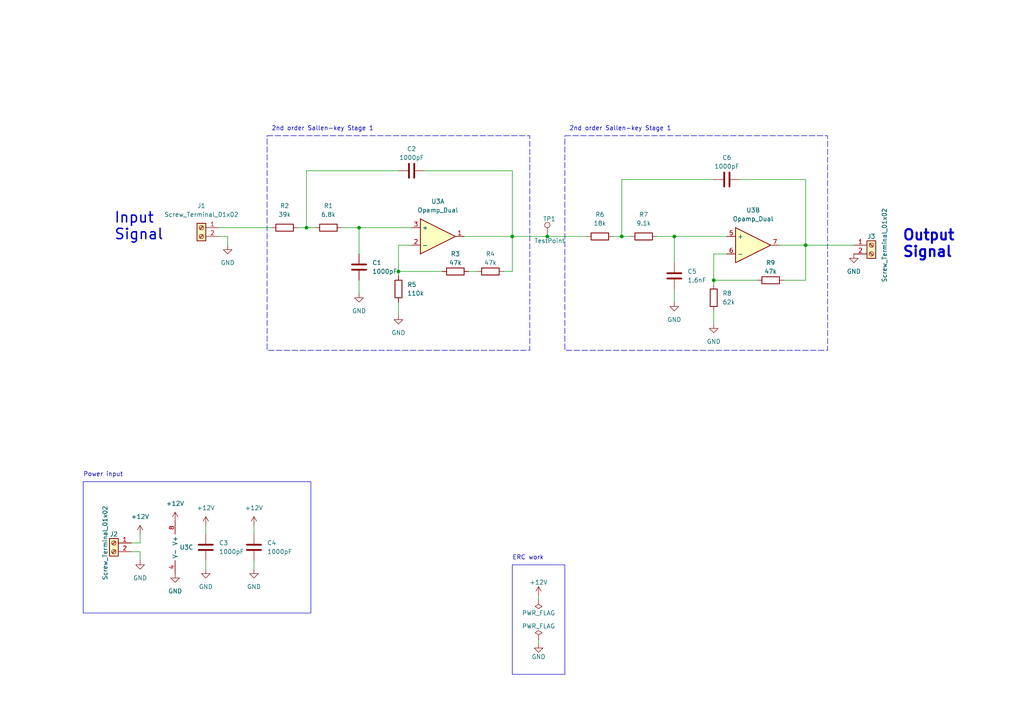
<source format=kicad_sch>
(kicad_sch (version 20230121) (generator eeschema)
  (paper "A4")
  (title_block (title "Amplifier Circuit") (date "2024-09-24"))
  (lib_symbols
    (symbol "Connector:Screw_Terminal_01x02" (pin_names (offset 1.016) hide)
      (property "Reference" "J" (at 0 2.54 0))
      (property "Value" "Screw_Terminal_01x02" (at 0 -5.08 0))
      (symbol "Screw_Terminal_01x02_1_1"
        (rectangle (start -1.27 1.27) (end 1.27 -3.81) (stroke (width 0.254)) (fill (type background)))
        (circle (center 0 -2.54) (radius 0.635) (stroke (width 0.1524)))
        (polyline (pts (xy -0.5334 -2.2098) (xy 0.3302 -3.048)) (stroke (width 0.1524)))
        (polyline (pts (xy -0.5334 0.3302) (xy 0.3302 -0.508)) (stroke (width 0.1524)))
        (polyline (pts (xy -0.3556 -2.032) (xy 0.508 -2.8702)) (stroke (width 0.1524)))
        (polyline (pts (xy -0.3556 0.508) (xy 0.508 -0.3302)) (stroke (width 0.1524)))
        (circle (center 0 0) (radius 0.635) (stroke (width 0.1524)))
        (pin passive line (at -5.08 0 0) (length 3.81) (name "Pin_1") (number "1"))
        (pin passive line (at -5.08 -2.54 0) (length 3.81) (name "Pin_2") (number "2"))
      )
    )
    (symbol "Connector:TestPoint" (pin_numbers hide) (pin_names (offset 0.762) hide)
      (property "Reference" "TP" (at 0 6.858 0))
      (property "Value" "TestPoint" (at 0 5.08 0))
      (symbol "TestPoint_0_1"
        (circle (center 0 3.302) (radius 0.762))
      )
      (symbol "TestPoint_1_1"
        (pin passive line (at 0 0 90) (length 2.54) (name "1") (number "1"))
      )
    )
    (symbol "Device:C" (pin_numbers hide) (pin_names (offset 0.254))
      (property "Reference" "C" (at 0.635 2.54 0))
      (property "Value" "C" (at 0.635 -2.54 0))
      (symbol "C_0_1"
        (polyline (pts (xy -2.032 -0.762) (xy 2.032 -0.762)) (stroke (width 0.508)))
        (polyline (pts (xy -2.032 0.762) (xy 2.032 0.762)) (stroke (width 0.508)))
      )
      (symbol "C_1_1"
        (pin passive line (at 0 3.81 270) (length 2.794) (name "~") (number "1"))
        (pin passive line (at 0 -3.81 90) (length 2.794) (name "~") (number "2"))
      )
    )
    (symbol "Device:Opamp_Dual"
      (property "Reference" "U" (at 0 5.08 0))
      (property "Value" "Opamp_Dual" (at 0 -5.08 0))
      (symbol "Opamp_Dual_1_1"
        (polyline (pts (xy -5.08 5.08) (xy 5.08 0) (xy -5.08 -5.08) (xy -5.08 5.08)) (stroke (width 0.254)) (fill (type background)))
        (pin output line (at 7.62 0 180) (length 2.54) (name "~") (number "1"))
        (pin input line (at -7.62 -2.54 0) (length 2.54) (name "-") (number "2"))
        (pin input line (at -7.62 2.54 0) (length 2.54) (name "+") (number "3"))
      )
      (symbol "Opamp_Dual_2_1"
        (polyline (pts (xy -5.08 5.08) (xy 5.08 0) (xy -5.08 -5.08) (xy -5.08 5.08)) (stroke (width 0.254)) (fill (type background)))
        (pin input line (at -7.62 2.54 0) (length 2.54) (name "+") (number "5"))
        (pin input line (at -7.62 -2.54 0) (length 2.54) (name "-") (number "6"))
        (pin output line (at 7.62 0 180) (length 2.54) (name "~") (number "7"))
      )
      (symbol "Opamp_Dual_3_1"
        (pin power_in line (at -2.54 -7.62 90) (length 3.81) (name "V-") (number "4"))
        (pin power_in line (at -2.54 7.62 270) (length 3.81) (name "V+") (number "8"))
      )
    )
    (symbol "Device:R" (pin_numbers hide) (pin_names (offset 0))
      (property "Reference" "R" (at 2.032 0 90))
      (property "Value" "R" (at 0 0 90))
      (symbol "R_0_1"
        (rectangle (start -1.016 -2.54) (end 1.016 2.54) (stroke (width 0.254)))
      )
      (symbol "R_1_1"
        (pin passive line (at 0 3.81 270) (length 1.27) (name "~") (number "1"))
        (pin passive line (at 0 -3.81 90) (length 1.27) (name "~") (number "2"))
      )
    )
    (symbol "power:+12V" (power) (pin_names (offset 0))
      (property "Value" "+12V" (at 0 3.556 0))
      (symbol "+12V_0_1"
        (polyline (pts (xy -0.762 1.27) (xy 0 2.54)))
        (polyline (pts (xy 0 0) (xy 0 2.54)))
        (polyline (pts (xy 0 2.54) (xy 0.762 1.27)))
      )
      (symbol "+12V_1_1"
        (pin power_in line (at 0 0 90) (length 0) hide (name "+12V") (number "1"))
      )
    )
    (symbol "power:GND" (power) (pin_names (offset 0))
      (property "Value" "GND" (at 0 -3.81 0))
      (symbol "GND_0_1"
        (polyline (pts (xy 0 0) (xy 0 -1.27) (xy 1.27 -1.27) (xy 0 -2.54) (xy -1.27 -1.27) (xy 0 -1.27)))
      )
      (symbol "GND_1_1"
        (pin power_in line (at 0 0 270) (length 0) hide (name "GND") (number "1"))
      )
    )
    (symbol "power:PWR_FLAG" (power) (pin_numbers hide) (pin_names (offset 0) hide)
      (property "Value" "PWR_FLAG" (at 0 3.81 0))
      (symbol "PWR_FLAG_0_0"
        (pin power_out line (at 0 0 90) (length 0) (name "pwr") (number "1"))
      )
      (symbol "PWR_FLAG_0_1"
        (polyline (pts (xy 0 0) (xy 0 1.27) (xy -1.016 1.905) (xy 0 2.54) (xy 1.016 1.905) (xy 0 1.27)))
      )
    )
  )
  (junction (at 180.34 68.58))
  (junction (at 195.58 68.58))
  (junction (at 207.01 81.28))
  (junction (at 88.9 66.04))
  (junction (at 104.14 66.04))
  (junction (at 148.59 68.58))
  (junction (at 233.68 71.12))
  (junction (at 115.57 78.74))
  (junction (at 158.75 68.58))
  (wire (pts (xy 115.57 78.74) (xy 128.27 78.74)))
  (wire (pts (xy 59.69 152.4) (xy 59.69 154.94)))
  (wire (pts (xy 156.21 172.72) (xy 156.21 173.99)))
  (wire (pts (xy 148.59 49.53) (xy 148.59 68.58)))
  (wire (pts (xy 214.63 52.07) (xy 233.68 52.07)))
  (wire (pts (xy 233.68 71.12) (xy 226.06 71.12)))
  (wire (pts (xy 207.01 81.28) (xy 219.71 81.28)))
  (wire (pts (xy 190.5 68.58) (xy 195.58 68.58)))
  (wire (pts (xy 177.8 68.58) (xy 180.34 68.58)))
  (wire (pts (xy 86.36 66.04) (xy 88.9 66.04)))
  (wire (pts (xy 207.01 82.55) (xy 207.01 81.28)))
  (wire (pts (xy 73.66 165.1) (xy 73.66 162.56)))
  (wire (pts (xy 63.5 66.04) (xy 78.74 66.04)))
  (wire (pts (xy 135.89 78.74) (xy 138.43 78.74)))
  (wire (pts (xy 195.58 83.82) (xy 195.58 87.63)))
  (wire (pts (xy 88.9 49.53) (xy 88.9 66.04)))
  (wire (pts (xy 99.06 66.04) (xy 104.14 66.04)))
  (wire (pts (xy 158.75 68.58) (xy 170.18 68.58)))
  (wire (pts (xy 233.68 81.28) (xy 233.68 71.12)))
  (wire (pts (xy 180.34 68.58) (xy 182.88 68.58)))
  (wire (pts (xy 180.34 52.07) (xy 207.01 52.07)))
  (wire (pts (xy 104.14 66.04) (xy 119.38 66.04)))
  (wire (pts (xy 115.57 71.12) (xy 119.38 71.12)))
  (wire (pts (xy 195.58 68.58) (xy 210.82 68.58)))
  (wire (pts (xy 233.68 52.07) (xy 233.68 71.12)))
  (wire (pts (xy 227.33 81.28) (xy 233.68 81.28)))
  (wire (pts (xy 59.69 165.1) (xy 59.69 162.56)))
  (wire (pts (xy 146.05 78.74) (xy 148.59 78.74)))
  (wire (pts (xy 123.19 49.53) (xy 148.59 49.53)))
  (wire (pts (xy 63.5 68.58) (xy 66.04 68.58)))
  (wire (pts (xy 148.59 78.74) (xy 148.59 68.58)))
  (wire (pts (xy 148.59 68.58) (xy 158.75 68.58)))
  (wire (pts (xy 40.64 160.02) (xy 38.1 160.02)))
  (wire (pts (xy 40.64 157.48) (xy 38.1 157.48)))
  (wire (pts (xy 195.58 68.58) (xy 195.58 76.2)))
  (wire (pts (xy 40.64 154.94) (xy 40.64 157.48)))
  (wire (pts (xy 115.57 80.01) (xy 115.57 78.74)))
  (wire (pts (xy 104.14 66.04) (xy 104.14 73.66)))
  (wire (pts (xy 88.9 66.04) (xy 91.44 66.04)))
  (wire (pts (xy 233.68 71.12) (xy 247.65 71.12)))
  (wire (pts (xy 148.59 68.58) (xy 134.62 68.58)))
  (wire (pts (xy 115.57 78.74) (xy 115.57 71.12)))
  (wire (pts (xy 66.04 68.58) (xy 66.04 71.12)))
  (wire (pts (xy 40.64 162.56) (xy 40.64 160.02)))
  (wire (pts (xy 207.01 81.28) (xy 207.01 73.66)))
  (wire (pts (xy 88.9 49.53) (xy 115.57 49.53)))
  (wire (pts (xy 104.14 81.28) (xy 104.14 85.09)))
  (wire (pts (xy 180.34 52.07) (xy 180.34 68.58)))
  (wire (pts (xy 73.66 152.4) (xy 73.66 154.94)))
  (wire (pts (xy 207.01 90.17) (xy 207.01 93.98)))
  (wire (pts (xy 207.01 73.66) (xy 210.82 73.66)))
  (wire (pts (xy 156.21 186.69) (xy 156.21 185.42)))
  (wire (pts (xy 115.57 87.63) (xy 115.57 91.44)))
  (rectangle (start 148.59 163.83) (end 163.83 195.58))
  (rectangle (start 77.47 39.37) (end 153.67 101.6) (stroke (width 0) (type dash)))
  (rectangle (start 24.13 139.7) (end 90.17 177.8))
  (rectangle (start 163.83 39.37) (end 240.03 101.6) (stroke (width 0) (type dash)))
  (text "ERC work" (at 148.59 162.56 0) (effects (font (size 1.27 1.27)) (justify left bottom)))
  (text "2nd order Sallen-key Stage 1" (at 78.74 38.1 0) (effects (font (size 1.27 1.27)) (justify left bottom)))
  (text "Input \nSignal" (at 33.02 69.85 0) (effects (font (size 3 3) (thickness 0.4) bold) (justify left bottom)))
  (text "Power input" (at 24.13 138.43 0) (effects (font (size 1.27 1.27)) (justify left bottom)))
  (text "2nd order Sallen-key Stage 1" (at 165.1 38.1 0) (effects (font (size 1.27 1.27)) (justify left bottom)))
  (text "Output \nSignal" (at 261.62 74.93 0) (effects (font (size 3 3) bold) (justify left bottom)))
  (symbol (lib_id "Device:R") (at 142.24 78.74 270) (unit 1)
    (property "Reference" "R4" (at 142.24 73.66 90))
    (property "Value" "47k" (at 142.24 76.2 90))
    (property "Footprint" "Resistor_SMD:R_0402_1005Metric" (effects hide))
  )
  (symbol (lib_id "Device:R") (at 223.52 81.28 270) (unit 1)
    (property "Reference" "R9" (at 223.52 76.2 90))
    (property "Value" "47k" (at 223.52 78.74 90))
    (property "Footprint" "Resistor_SMD:R_0402_1005Metric" (effects hide))
  )
  (symbol (lib_id "power:+12V") (at 156.21 172.72 0) (unit 1)
    (property "Reference" "#PWR015" (effects hide))
    (property "Value" "+12V" (at 156.21 168.91 0))
  )
  (symbol (lib_id "power:GND") (at 73.66 165.1 0) (unit 1)
    (property "Reference" "#PWR011" (effects hide))
    (property "Value" "GND" (at 73.66 170.18 0))
  )
  (symbol (lib_id "Device:C") (at 104.14 77.47 0) (unit 1)
    (property "Reference" "C1" (at 107.95 76.2 0) (effects (justify left)))
    (property "Value" "1000pF" (at 107.95 78.74 0) (effects (justify left)))
    (property "Footprint" "Capacitor_THT:CP_Radial_D4.0mm_P2.00mm" (effects hide))
  )
  (symbol (lib_id "power:GND") (at 40.64 162.56 0) (unit 1)
    (property "Reference" "#PWR04" (effects hide))
    (property "Value" "GND" (at 40.64 167.64 0))
  )
  (symbol (lib_id "power:GND") (at 195.58 87.63 0) (unit 1)
    (property "Reference" "#PWR012" (effects hide))
    (property "Value" "GND" (at 195.58 92.71 0))
  )
  (symbol (lib_id "Device:R") (at 115.57 83.82 180) (unit 1)
    (property "Reference" "R5" (at 118.11 82.55 0) (effects (justify right)))
    (property "Value" "110k" (at 118.11 85.09 0) (effects (justify right)))
    (property "Footprint" "Resistor_SMD:R_0402_1005Metric" (effects hide))
  )
  (symbol (lib_id "power:PWR_FLAG") (at 156.21 173.99 0) (mirror x) (unit 1)
    (property "Reference" "#FLG02" (effects hide))
    (property "Value" "PWR_FLAG" (at 156.21 177.8 0))
  )
  (symbol (lib_id "Device:R") (at 82.55 66.04 270) (unit 1)
    (property "Reference" "R2" (at 82.55 59.69 90))
    (property "Value" "39k" (at 82.55 62.23 90))
    (property "Footprint" "Resistor_SMD:R_0402_1005Metric" (effects hide))
  )
  (symbol (lib_id "Device:Opamp_Dual") (at 53.34 158.75 0) (unit 3)
    (property "Reference" "U3" (at 52.07 158.75 0) (effects (justify left)))
    (property "Value" "Opamp_Dual" (effects hide))
    (property "Footprint" "Package_DIP:DIP-8_W7.62mm" (effects hide))
    (property "Sim.Library" "${KICAD7_SYMBOL_DIR}/Simulation_SPICE.sp" (effects hide))
    (property "Sim.Name" "kicad_builtin_opamp_dual" (effects hide))
    (property "Sim.Device" "SUBCKT" (effects hide))
    (property "Sim.Pins" "1=out1 2=in1- 3=in1+ 4=vee 5=in2+ 6=in2- 7=out2 8=vcc" (effects hide))
  )
  (symbol (lib_id "power:GND") (at 104.14 85.09 0) (unit 1)
    (property "Reference" "#PWR01" (effects hide))
    (property "Value" "GND" (at 104.14 90.17 0))
  )
  (symbol (lib_id "power:GND") (at 247.65 73.66 0) (unit 1)
    (property "Reference" "#PWR014" (effects hide))
    (property "Value" "GND" (at 247.65 78.74 0))
  )
  (symbol (lib_id "Device:Opamp_Dual") (at 218.44 71.12 0) (unit 2)
    (property "Reference" "U3" (at 218.44 60.96 0))
    (property "Value" "Opamp_Dual" (at 218.44 63.5 0))
    (property "Footprint" "Package_DIP:DIP-8_W7.62mm" (effects hide))
    (property "Sim.Library" "${KICAD7_SYMBOL_DIR}/Simulation_SPICE.sp" (effects hide))
    (property "Sim.Name" "kicad_builtin_opamp_dual" (effects hide))
    (property "Sim.Device" "SUBCKT" (effects hide))
    (property "Sim.Pins" "1=out1 2=in1- 3=in1+ 4=vee 5=in2+ 6=in2- 7=out2 8=vcc" (effects hide))
  )
  (symbol (lib_id "Device:C") (at 119.38 49.53 270) (unit 1)
    (property "Reference" "C2" (at 119.38 43.18 90))
    (property "Value" "1000pF" (at 119.38 45.72 90))
    (property "Footprint" "Capacitor_THT:CP_Radial_D4.0mm_P2.00mm" (effects hide))
  )
  (symbol (lib_id "Device:C") (at 73.66 158.75 0) (unit 1)
    (property "Reference" "C4" (at 77.47 157.48 0) (effects (justify left)))
    (property "Value" "1000pF" (at 77.47 160.02 0) (effects (justify left)))
    (property "Footprint" "Capacitor_THT:CP_Radial_D4.0mm_P2.00mm" (effects hide))
  )
  (symbol (lib_id "power:GND") (at 59.69 165.1 0) (unit 1)
    (property "Reference" "#PWR09" (effects hide))
    (property "Value" "GND" (at 59.69 170.18 0))
  )
  (symbol (lib_id "power:GND") (at 50.8 166.37 0) (unit 1)
    (property "Reference" "#PWR06" (effects hide))
    (property "Value" "GND" (at 50.8 171.45 0))
  )
  (symbol (lib_id "Device:R") (at 186.69 68.58 270) (unit 1)
    (property "Reference" "R7" (at 186.69 62.23 90))
    (property "Value" "9.1k" (at 186.69 64.77 90))
    (property "Footprint" "Resistor_SMD:R_0402_1005Metric" (effects hide))
  )
  (symbol (lib_id "Device:R") (at 95.25 66.04 270) (unit 1)
    (property "Reference" "R1" (at 95.25 59.69 90))
    (property "Value" "6.8k" (at 95.25 62.23 90))
    (property "Footprint" "Resistor_SMD:R_0402_1005Metric" (effects hide))
  )
  (symbol (lib_id "Device:R") (at 173.99 68.58 270) (unit 1)
    (property "Reference" "R6" (at 173.99 62.23 90))
    (property "Value" "18k" (at 173.99 64.77 90))
    (property "Footprint" "Resistor_SMD:R_0402_1005Metric" (effects hide))
  )
  (symbol (lib_id "Connector:Screw_Terminal_01x02") (at 58.42 66.04 0) (mirror y) (unit 1)
    (property "Reference" "J1" (at 58.42 59.69 0))
    (property "Value" "Screw_Terminal_01x02" (at 58.42 62.23 0))
    (property "Footprint" "Connector_PinHeader_1.27mm:PinHeader_1x02_P1.27mm_Vertical" (effects hide))
  )
  (symbol (lib_id "power:GND") (at 207.01 93.98 0) (unit 1)
    (property "Reference" "#PWR013" (effects hide))
    (property "Value" "GND" (at 207.01 99.06 0))
  )
  (symbol (lib_id "Device:R") (at 132.08 78.74 270) (unit 1)
    (property "Reference" "R3" (at 132.08 73.66 90))
    (property "Value" "47k" (at 132.08 76.2 90))
    (property "Footprint" "Resistor_SMD:R_0402_1005Metric" (effects hide))
  )
  (symbol (lib_id "Device:Opamp_Dual") (at 127 68.58 0) (unit 1)
    (property "Reference" "U3" (at 127 58.42 0))
    (property "Value" "Opamp_Dual" (at 127 60.96 0))
    (property "Footprint" "Package_DIP:DIP-8_W7.62mm" (effects hide))
    (property "Sim.Library" "${KICAD7_SYMBOL_DIR}/Simulation_SPICE.sp" (effects hide))
    (property "Sim.Name" "kicad_builtin_opamp_dual" (effects hide))
    (property "Sim.Device" "SUBCKT" (effects hide))
    (property "Sim.Pins" "1=out1 2=in1- 3=in1+ 4=vee 5=in2+ 6=in2- 7=out2 8=vcc" (effects hide))
  )
  (symbol (lib_id "power:GND") (at 115.57 91.44 0) (unit 1)
    (property "Reference" "#PWR02" (effects hide))
    (property "Value" "GND" (at 115.57 96.52 0))
  )
  (symbol (lib_id "power:PWR_FLAG") (at 156.21 185.42 0) (unit 1)
    (property "Reference" "#FLG01" (effects hide))
    (property "Value" "PWR_FLAG" (at 156.21 181.61 0))
  )
  (symbol (lib_id "Connector:TestPoint") (at 158.75 68.58 0) (unit 1)
    (property "Reference" "TP1" (at 157.48 63.5 0) (effects (justify left)))
    (property "Value" "TestPoint" (at 154.94 69.85 0) (effects (justify left)))
    (property "Footprint" "TestPoint:TestPoint_Pad_2.0x2.0mm" (effects hide))
  )
  (symbol (lib_id "power:GND") (at 66.04 71.12 0) (unit 1)
    (property "Reference" "#PWR07" (effects hide))
    (property "Value" "GND" (at 66.04 76.2 0))
  )
  (symbol (lib_id "power:+12V") (at 73.66 152.4 0) (unit 1)
    (property "Reference" "#PWR010" (effects hide))
    (property "Value" "+12V" (at 73.66 147.32 0))
  )
  (symbol (lib_id "Device:C") (at 210.82 52.07 270) (unit 1)
    (property "Reference" "C6" (at 210.82 45.72 90))
    (property "Value" "1000pF" (at 210.82 48.26 90))
    (property "Footprint" "Capacitor_THT:CP_Radial_D4.0mm_P2.00mm" (effects hide))
  )
  (symbol (lib_id "power:GND") (at 156.21 186.69 0) (unit 1)
    (property "Reference" "#PWR016" (effects hide))
    (property "Value" "GND" (at 156.21 190.5 0))
  )
  (symbol (lib_id "power:+12V") (at 40.64 154.94 0) (unit 1)
    (property "Reference" "#PWR03" (effects hide))
    (property "Value" "+12V" (at 40.64 149.86 0))
  )
  (symbol (lib_id "Connector:Screw_Terminal_01x02") (at 252.73 71.12 0) (unit 1)
    (property "Reference" "J3" (at 252.73 68.58 0))
    (property "Value" "Screw_Terminal_01x02" (at 256.54 71.12 90))
    (property "Footprint" "Connector_PinHeader_1.27mm:PinHeader_1x02_P1.27mm_Vertical" (effects hide))
  )
  (symbol (lib_id "Device:R") (at 207.01 86.36 180) (unit 1)
    (property "Reference" "R8" (at 209.55 85.09 0) (effects (justify right)))
    (property "Value" "62k" (at 209.55 87.63 0) (effects (justify right)))
    (property "Footprint" "Resistor_SMD:R_0402_1005Metric" (effects hide))
  )
  (symbol (lib_id "Device:C") (at 195.58 80.01 0) (unit 1)
    (property "Reference" "C5" (at 199.39 78.74 0) (effects (justify left)))
    (property "Value" "1.6nF" (at 199.39 81.28 0) (effects (justify left)))
    (property "Footprint" "Capacitor_THT:CP_Radial_D4.0mm_P2.00mm" (effects hide))
  )
  (symbol (lib_id "Device:C") (at 59.69 158.75 0) (unit 1)
    (property "Reference" "C3" (at 63.5 157.48 0) (effects (justify left)))
    (property "Value" "1000pF" (at 63.5 160.02 0) (effects (justify left)))
    (property "Footprint" "Capacitor_THT:CP_Radial_D4.0mm_P2.00mm" (effects hide))
  )
  (symbol (lib_id "Connector:Screw_Terminal_01x02") (at 33.02 157.48 0) (mirror y) (unit 1)
    (property "Reference" "J2" (at 33.02 154.94 0))
    (property "Value" "Screw_Terminal_01x02" (at 30.48 157.48 90))
    (property "Footprint" "Connector_PinHeader_1.27mm:PinHeader_1x02_P1.27mm_Vertical" (effects hide))
  )
  (symbol (lib_id "power:+12V") (at 50.8 151.13 0) (unit 1)
    (property "Reference" "#PWR05" (effects hide))
    (property "Value" "+12V" (at 50.8 146.05 0))
  )
  (symbol (lib_id "power:+12V") (at 59.69 152.4 0) (unit 1)
    (property "Reference" "#PWR08" (effects hide))
    (property "Value" "+12V" (at 59.69 147.32 0))
  )
)
</source>
